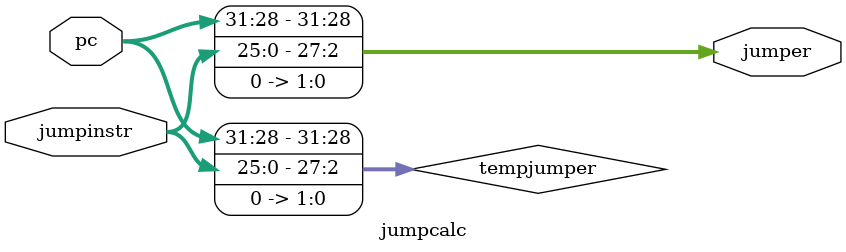
<source format=v>
`timescale 1ns / 1ps
module jumpcalc(
input [31:0] pc,
input [25:0]jumpinstr,
output[31:0] jumper
);
reg[31:0] tempjumper;

always@(*)
begin 
tempjumper= (jumpinstr<<2);
tempjumper[31:28]= pc[31:28];
end

assign jumper=tempjumper;

endmodule
</source>
